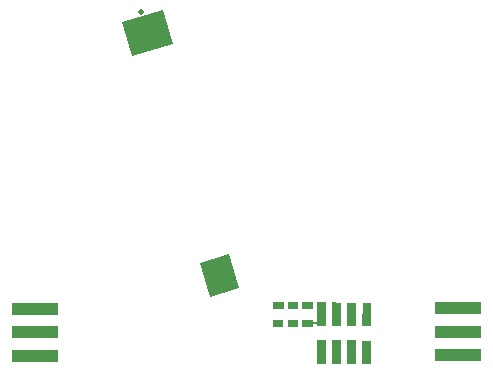
<source format=gbs>
G04 #@! TF.FileFunction,Soldermask,Bot*
%FSLAX46Y46*%
G04 Gerber Fmt 4.6, Leading zero omitted, Abs format (unit mm)*
G04 Created by KiCad (PCBNEW 4.0.0-rc2-stable) date 3/3/2016 3:48:31 PM*
%MOMM*%
G01*
G04 APERTURE LIST*
%ADD10C,0.150000*%
%ADD11R,4.000000X1.000000*%
%ADD12C,0.600000*%
%ADD13C,0.500000*%
G04 APERTURE END LIST*
D10*
D11*
X84825836Y-50117210D03*
X84825836Y-48117210D03*
X84825836Y-46117210D03*
D12*
X83825836Y-50117210D03*
X83825836Y-48117210D03*
X83825836Y-46117210D03*
D11*
X49020840Y-46192207D03*
X49020840Y-48192207D03*
X49020840Y-50192207D03*
D12*
X50020840Y-46192207D03*
X50020840Y-48192207D03*
X50020840Y-50192207D03*
D10*
G36*
X63787265Y-45169118D02*
X62931655Y-42293717D01*
X65423669Y-41552188D01*
X66279279Y-44427589D01*
X63787265Y-45169118D01*
X63787265Y-45169118D01*
G37*
G36*
X57204674Y-24800527D02*
X56349063Y-21925126D01*
X59799544Y-20898393D01*
X60655155Y-23773794D01*
X57204674Y-24800527D01*
X57204674Y-24800527D01*
G37*
D13*
X57960222Y-21028373D03*
D10*
G36*
X72859067Y-50842352D02*
X72874042Y-48842408D01*
X73634021Y-48848098D01*
X73619046Y-50848042D01*
X72859067Y-50842352D01*
X72859067Y-50842352D01*
G37*
G36*
X74129031Y-50851861D02*
X74144006Y-48851917D01*
X74903985Y-48857607D01*
X74889010Y-50857551D01*
X74129031Y-50851861D01*
X74129031Y-50851861D01*
G37*
G36*
X75398995Y-50861370D02*
X75413970Y-48861426D01*
X76173949Y-48867116D01*
X76158974Y-50867060D01*
X75398995Y-50861370D01*
X75398995Y-50861370D01*
G37*
G36*
X76668960Y-50870879D02*
X76683935Y-48870935D01*
X77443914Y-48876625D01*
X77428939Y-50876569D01*
X76668960Y-50870879D01*
X76668960Y-50870879D01*
G37*
G36*
X72883026Y-47642441D02*
X72898001Y-45642497D01*
X73657980Y-45648187D01*
X73643005Y-47648131D01*
X72883026Y-47642441D01*
X72883026Y-47642441D01*
G37*
G36*
X74152991Y-47651950D02*
X74167966Y-45652006D01*
X74927945Y-45657696D01*
X74912970Y-47657640D01*
X74152991Y-47651950D01*
X74152991Y-47651950D01*
G37*
G36*
X75422955Y-47661459D02*
X75437930Y-45661515D01*
X76197909Y-45667205D01*
X76182934Y-47667149D01*
X75422955Y-47661459D01*
X75422955Y-47661459D01*
G37*
G36*
X76702919Y-47671043D02*
X76717894Y-45671099D01*
X77457873Y-45676639D01*
X77442898Y-47676583D01*
X76702919Y-47671043D01*
X76702919Y-47671043D01*
G37*
G36*
X71628544Y-46233009D02*
X71633037Y-45633026D01*
X72533012Y-45639765D01*
X72528519Y-46239748D01*
X71628544Y-46233009D01*
X71628544Y-46233009D01*
G37*
G36*
X71617313Y-47732967D02*
X71621806Y-47132984D01*
X72521781Y-47139723D01*
X72517288Y-47739706D01*
X71617313Y-47732967D01*
X71617313Y-47732967D01*
G37*
G36*
X70367348Y-47723607D02*
X70371841Y-47123624D01*
X71271816Y-47130363D01*
X71267323Y-47730346D01*
X70367348Y-47723607D01*
X70367348Y-47723607D01*
G37*
G36*
X70378579Y-46223649D02*
X70383072Y-45623666D01*
X71283047Y-45630405D01*
X71278554Y-46230388D01*
X70378579Y-46223649D01*
X70378579Y-46223649D01*
G37*
G36*
X69128614Y-46214290D02*
X69133107Y-45614307D01*
X70033082Y-45621046D01*
X70028589Y-46221029D01*
X69128614Y-46214290D01*
X69128614Y-46214290D01*
G37*
G36*
X69117383Y-47714248D02*
X69121876Y-47114265D01*
X70021851Y-47121004D01*
X70017358Y-47720987D01*
X69117383Y-47714248D01*
X69117383Y-47714248D01*
G37*
G36*
X72269167Y-47487841D02*
X72270664Y-47287846D01*
X73170639Y-47294585D01*
X73169142Y-47494580D01*
X72269167Y-47487841D01*
X72269167Y-47487841D01*
G37*
M02*

</source>
